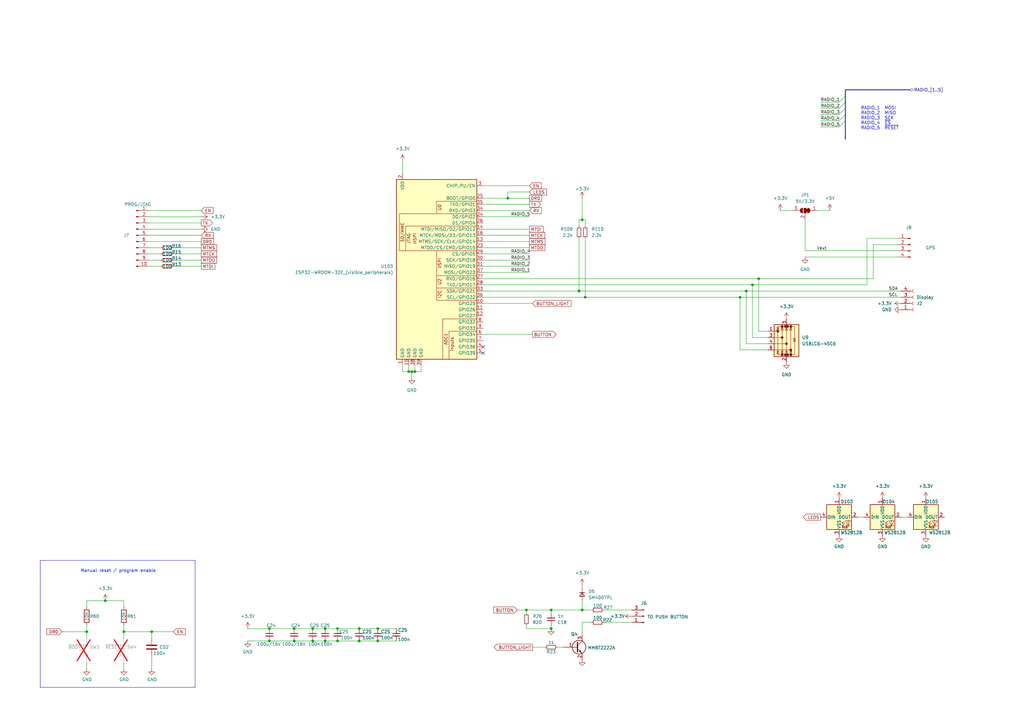
<source format=kicad_sch>
(kicad_sch (version 20231120) (generator "eeschema") (generator_version "8.0")
  (paper "A3")
  (lib_symbols
    (symbol "+28V_1" (power) (pin_numbers hide) (pin_names (offset 0) hide)
      (property "Value" "+28V" (at 0 3.556 0))
      (symbol "+28V_1_0_1"
        (polyline (pts (xy -0.762 1.27) (xy 0 2.54)))
        (polyline (pts (xy 0 0) (xy 0 2.54)))
        (polyline (pts (xy 0 2.54) (xy 0.762 1.27)))
      )
      (symbol "+28V_1_1_1"
        (pin power_in line (at 0 0 90) (length 0) (name "~") (number "1"))
      )
    )
    (symbol "Airsupplies:ESP32-WROOM-32E_(visible_peripherals)"
      (property "Reference" "U" (at -12.7 40.64 0))
      (property "Value" "ESP32-WROOM-32E_(visible_peripherals)" (at -12.7 38.1 0))
      (symbol "ESP32-WROOM-32E_(visible_peripherals)_0_0"
        (text "inputs" (at 6.35 -33.655 900) (effects (font (size 1.27 1.27)) (justify left)))
        (text "SD/MMC" (at -13.97 15.24 900) (effects (font (size 1.27 1.27))))
        (pin power_in line (at -13.97 -39.37 90) (length 2.54) (name "GND") (number "1"))
        (pin bidirectional line (at 19.05 -13.97 180) (length 2.54) (name "GPIO25") (number "10"))
        (pin bidirectional line (at 19.05 -16.51 180) (length 2.54) (name "GPIO26") (number "11"))
        (pin bidirectional line (at 19.05 -19.05 180) (length 2.54) (name "GPIO27") (number "12"))
        (pin bidirectional line (at 19.05 11.43 180) (length 2.54) (name "MTMS/SCK/CLK/GPIO14") (number "13"))
        (pin bidirectional line (at 19.05 16.51 180) (length 2.54) (name "MTDI/MISO/D2/GPIO12") (number "14"))
        (pin bidirectional line (at 19.05 13.97 180) (length 2.54) (name "MTCK/MOSI/D3/GPIO13") (number "16"))
        (pin no_connect line (at -19.05 3.81 0) (length 2.54) hide (name "NC") (number "17"))
        (pin no_connect line (at -19.05 1.27 0) (length 2.54) hide (name "NC") (number "18"))
        (pin no_connect line (at -19.05 -1.27 0) (length 2.54) hide (name "NC") (number "19"))
        (pin power_in line (at -13.97 39.37 270) (length 2.54) (name "VDD") (number "2"))
        (pin no_connect line (at -19.05 -3.81 0) (length 2.54) hide (name "NC") (number "20"))
        (pin no_connect line (at -19.05 -6.35 0) (length 2.54) hide (name "NC") (number "21"))
        (pin no_connect line (at -19.05 -8.89 0) (length 2.54) hide (name "NC") (number "22"))
        (pin bidirectional line (at 19.05 8.89 180) (length 2.54) (name "MTDO/CS/CMD/GPIO15") (number "23"))
        (pin bidirectional line (at 19.05 21.59 180) (length 2.54) (name "D0/GPIO2") (number "24"))
        (pin bidirectional line (at 19.05 29.21 180) (length 2.54) (name "BOOT/GPIO0") (number "25"))
        (pin bidirectional line (at 19.05 19.05 180) (length 2.54) (name "D1/GPIO4") (number "26"))
        (pin bidirectional line (at 19.05 -3.81 180) (length 2.54) (name "RXD/GPIO16") (number "27"))
        (pin bidirectional line (at 19.05 -6.35 180) (length 2.54) (name "TXD/GPIO17") (number "28"))
        (pin bidirectional line (at 19.05 6.35 180) (length 2.54) (name "CS/GPIO5") (number "29"))
        (pin input line (at 19.05 34.29 180) (length 2.54) (name "CHIP_PU/EN") (number "3"))
        (pin bidirectional line (at 19.05 3.81 180) (length 2.54) (name "SCK/GPIO18") (number "30"))
        (pin bidirectional line (at 19.05 1.27 180) (length 2.54) (name "MISO/GPIO19") (number "31"))
        (pin bidirectional line (at 19.05 -8.89 180) (length 2.54) (name "SDA/GPIO21") (number "33"))
        (pin bidirectional line (at 19.05 24.13 180) (length 2.54) (name "RXD/GPIO3") (number "34"))
        (pin bidirectional line (at 19.05 26.67 180) (length 2.54) (name "TXD/GPIO1") (number "35"))
        (pin bidirectional line (at 19.05 -11.43 180) (length 2.54) (name "SCL/GPIO22") (number "36"))
        (pin bidirectional line (at 19.05 -1.27 180) (length 2.54) (name "MOSI/GPIO23") (number "37"))
        (pin input line (at 19.05 -31.75 180) (length 2.54) (name "GPIO36") (number "4"))
        (pin input line (at 19.05 -34.29 180) (length 2.54) (name "GPIO39") (number "5"))
        (pin input line (at 19.05 -26.67 180) (length 2.54) (name "GPIO34") (number "6"))
        (pin input line (at 19.05 -29.21 180) (length 2.54) (name "GPIO35") (number "7"))
        (pin bidirectional line (at 19.05 -21.59 180) (length 2.54) (name "GPIO32") (number "8"))
        (pin bidirectional line (at 19.05 -24.13 180) (length 2.54) (name "GPIO33") (number "9"))
      )
      (symbol "ESP32-WROOM-32E_(visible_peripherals)_0_1"
        (rectangle (start -16.51 36.83) (end 16.51 -36.83) (stroke (width 0.254)) (fill (type background)))
        (polyline (pts (xy 16.51 -7.62) (xy 0 -7.62)))
        (polyline (pts (xy 16.51 -2.54) (xy 0 -2.54)))
        (polyline (pts (xy 16.51 -25.4) (xy 5.08 -25.4) (xy 5.08 -36.83)))
        (polyline (pts (xy 16.51 -20.32) (xy 2.54 -20.32) (xy 2.54 -36.83)))
        (polyline (pts (xy 16.51 -12.7) (xy 0 -12.7) (xy 0 7.62)))
        (polyline (pts (xy 16.51 17.78) (xy -12.7 17.78) (xy -12.7 7.62)))
        (polyline (pts (xy 16.51 27.94) (xy 0 27.94) (xy 0 22.86)))
        (polyline (pts (xy 16.51 22.86) (xy -15.24 22.86) (xy -15.24 7.62) (xy 16.51 7.62)))
      )
      (symbol "ESP32-WROOM-32E_(visible_peripherals)_1_1"
        (text "ADC1" (at 3.81 -28.575 900) (effects (font (size 1.27 1.27))))
        (text "HSPI" (at -8.89 12.7 900) (effects (font (size 1.27 1.27))))
        (text "I2C" (at 1.27 -10.16 900) (effects (font (size 1.27 1.27))))
        (text "JTAG" (at -11.43 12.7 900) (effects (font (size 1.27 1.27))))
        (text "U0" (at 1.27 25.4 900) (effects (font (size 1.27 1.27))))
        (text "U2" (at 1.27 -5.08 900) (effects (font (size 1.27 1.27))))
        (text "VSPI" (at 1.27 2.54 900) (effects (font (size 1.27 1.27))))
        (pin power_in line (at -11.43 -39.37 90) (length 2.54) (name "GND") (number "15"))
        (pin no_connect line (at -19.05 -11.43 0) (length 2.54) hide (name "NC") (number "32"))
        (pin power_in line (at -8.89 -39.37 90) (length 2.54) (name "GND") (number "38"))
        (pin power_in line (at -6.35 -39.37 90) (length 2.54) (name "GND") (number "39"))
      )
    )
    (symbol "Connector:Conn_01x03_Pin" (pin_names (offset 1.016) hide)
      (property "Reference" "J" (at 0 5.08 0))
      (property "Value" "Conn_01x03_Pin" (at 0 -5.08 0))
      (symbol "Conn_01x03_Pin_1_1"
        (polyline (pts (xy 1.27 -2.54) (xy 0.8636 -2.54)) (stroke (width 0.1524)))
        (polyline (pts (xy 1.27 0) (xy 0.8636 0)) (stroke (width 0.1524)))
        (polyline (pts (xy 1.27 2.54) (xy 0.8636 2.54)) (stroke (width 0.1524)))
        (rectangle (start 0.8636 -2.413) (end 0 -2.667) (stroke (width 0.1524)) (fill (type outline)))
        (rectangle (start 0.8636 0.127) (end 0 -0.127) (stroke (width 0.1524)) (fill (type outline)))
        (rectangle (start 0.8636 2.667) (end 0 2.413) (stroke (width 0.1524)) (fill (type outline)))
        (pin passive line (at 5.08 2.54 180) (length 3.81) (name "Pin_1") (number "1"))
        (pin passive line (at 5.08 0 180) (length 3.81) (name "Pin_2") (number "2"))
        (pin passive line (at 5.08 -2.54 180) (length 3.81) (name "Pin_3") (number "3"))
      )
    )
    (symbol "Connector:Conn_01x04_Pin" (pin_names (offset 1.016) hide)
      (property "Reference" "J" (at 0 5.08 0))
      (property "Value" "Conn_01x04_Pin" (at 0 -7.62 0))
      (symbol "Conn_01x04_Pin_1_1"
        (polyline (pts (xy 1.27 -5.08) (xy 0.8636 -5.08)) (stroke (width 0.1524)))
        (polyline (pts (xy 1.27 -2.54) (xy 0.8636 -2.54)) (stroke (width 0.1524)))
        (polyline (pts (xy 1.27 0) (xy 0.8636 0)) (stroke (width 0.1524)))
        (polyline (pts (xy 1.27 2.54) (xy 0.8636 2.54)) (stroke (width 0.1524)))
        (rectangle (start 0.8636 -4.953) (end 0 -5.207) (stroke (width 0.1524)) (fill (type outline)))
        (rectangle (start 0.8636 -2.413) (end 0 -2.667) (stroke (width 0.1524)) (fill (type outline)))
        (rectangle (start 0.8636 0.127) (end 0 -0.127) (stroke (width 0.1524)) (fill (type outline)))
        (rectangle (start 0.8636 2.667) (end 0 2.413) (stroke (width 0.1524)) (fill (type outline)))
        (pin passive line (at 5.08 2.54 180) (length 3.81) (name "Pin_1") (number "1"))
        (pin passive line (at 5.08 0 180) (length 3.81) (name "Pin_2") (number "2"))
        (pin passive line (at 5.08 -2.54 180) (length 3.81) (name "Pin_3") (number "3"))
        (pin passive line (at 5.08 -5.08 180) (length 3.81) (name "Pin_4") (number "4"))
      )
    )
    (symbol "Connector:Conn_01x04_Socket" (pin_names (offset 1.016) hide)
      (property "Reference" "J" (at 0 5.08 0))
      (property "Value" "Conn_01x04_Socket" (at 0 -7.62 0))
      (symbol "Conn_01x04_Socket_1_1"
        (arc (start 0 -4.572) (mid -0.5058 -5.08) (end 0 -5.588) (stroke (width 0.1524)))
        (arc (start 0 -2.032) (mid -0.5058 -2.54) (end 0 -3.048) (stroke (width 0.1524)))
        (polyline (pts (xy -1.27 -5.08) (xy -0.508 -5.08)) (stroke (width 0.1524)))
        (polyline (pts (xy -1.27 -2.54) (xy -0.508 -2.54)) (stroke (width 0.1524)))
        (polyline (pts (xy -1.27 0) (xy -0.508 0)) (stroke (width 0.1524)))
        (polyline (pts (xy -1.27 2.54) (xy -0.508 2.54)) (stroke (width 0.1524)))
        (arc (start 0 0.508) (mid -0.5058 0) (end 0 -0.508) (stroke (width 0.1524)))
        (arc (start 0 3.048) (mid -0.5058 2.54) (end 0 2.032) (stroke (width 0.1524)))
        (pin passive line (at -5.08 2.54 0) (length 3.81) (name "Pin_1") (number "1"))
        (pin passive line (at -5.08 0 0) (length 3.81) (name "Pin_2") (number "2"))
        (pin passive line (at -5.08 -2.54 0) (length 3.81) (name "Pin_3") (number "3"))
        (pin passive line (at -5.08 -5.08 0) (length 3.81) (name "Pin_4") (number "4"))
      )
    )
    (symbol "Connector:Conn_01x10_Pin" (pin_names (offset 1.016) hide)
      (property "Reference" "J" (at 0 12.7 0))
      (property "Value" "Conn_01x10_Pin" (at 0 -15.24 0))
      (symbol "Conn_01x10_Pin_1_1"
        (polyline (pts (xy 1.27 -12.7) (xy 0.8636 -12.7)) (stroke (width 0.1524)))
        (polyline (pts (xy 1.27 -10.16) (xy 0.8636 -10.16)) (stroke (width 0.1524)))
        (polyline (pts (xy 1.27 -7.62) (xy 0.8636 -7.62)) (stroke (width 0.1524)))
        (polyline (pts (xy 1.27 -5.08) (xy 0.8636 -5.08)) (stroke (width 0.1524)))
        (polyline (pts (xy 1.27 -2.54) (xy 0.8636 -2.54)) (stroke (width 0.1524)))
        (polyline (pts (xy 1.27 0) (xy 0.8636 0)) (stroke (width 0.1524)))
        (polyline (pts (xy 1.27 2.54) (xy 0.8636 2.54)) (stroke (width 0.1524)))
        (polyline (pts (xy 1.27 5.08) (xy 0.8636 5.08)) (stroke (width 0.1524)))
        (polyline (pts (xy 1.27 7.62) (xy 0.8636 7.62)) (stroke (width 0.1524)))
        (polyline (pts (xy 1.27 10.16) (xy 0.8636 10.16)) (stroke (width 0.1524)))
        (rectangle (start 0.8636 -12.573) (end 0 -12.827) (stroke (width 0.1524)) (fill (type outline)))
        (rectangle (start 0.8636 -10.033) (end 0 -10.287) (stroke (width 0.1524)) (fill (type outline)))
        (rectangle (start 0.8636 -7.493) (end 0 -7.747) (stroke (width 0.1524)) (fill (type outline)))
        (rectangle (start 0.8636 -4.953) (end 0 -5.207) (stroke (width 0.1524)) (fill (type outline)))
        (rectangle (start 0.8636 -2.413) (end 0 -2.667) (stroke (width 0.1524)) (fill (type outline)))
        (rectangle (start 0.8636 0.127) (end 0 -0.127) (stroke (width 0.1524)) (fill (type outline)))
        (rectangle (start 0.8636 2.667) (end 0 2.413) (stroke (width 0.1524)) (fill (type outline)))
        (rectangle (start 0.8636 5.207) (end 0 4.953) (stroke (width 0.1524)) (fill (type outline)))
        (rectangle (start 0.8636 7.747) (end 0 7.493) (stroke (width 0.1524)) (fill (type outline)))
        (rectangle (start 0.8636 10.287) (end 0 10.033) (stroke (width 0.1524)) (fill (type outline)))
        (pin passive line (at 5.08 10.16 180) (length 3.81) (name "Pin_1") (number "1"))
        (pin passive line (at 5.08 -12.7 180) (length 3.81) (name "Pin_10") (number "10"))
        (pin passive line (at 5.08 7.62 180) (length 3.81) (name "Pin_2") (number "2"))
        (pin passive line (at 5.08 5.08 180) (length 3.81) (name "Pin_3") (number "3"))
        (pin passive line (at 5.08 2.54 180) (length 3.81) (name "Pin_4") (number "4"))
        (pin passive line (at 5.08 0 180) (length 3.81) (name "Pin_5") (number "5"))
        (pin passive line (at 5.08 -2.54 180) (length 3.81) (name "Pin_6") (number "6"))
        (pin passive line (at 5.08 -5.08 180) (length 3.81) (name "Pin_7") (number "7"))
        (pin passive line (at 5.08 -7.62 180) (length 3.81) (name "Pin_8") (number "8"))
        (pin passive line (at 5.08 -10.16 180) (length 3.81) (name "Pin_9") (number "9"))
      )
    )
    (symbol "Device:C" (pin_numbers hide) (pin_names (offset 0.254))
      (property "Reference" "C" (at 0.635 2.54 0))
      (property "Value" "C" (at 0.635 -2.54 0))
      (symbol "C_0_1"
        (polyline (pts (xy -2.032 -0.762) (xy 2.032 -0.762)) (stroke (width 0.508)))
        (polyline (pts (xy -2.032 0.762) (xy 2.032 0.762)) (stroke (width 0.508)))
      )
      (symbol "C_1_1"
        (pin passive line (at 0 3.81 270) (length 2.794) (name "~") (number "1"))
        (pin passive line (at 0 -3.81 90) (length 2.794) (name "~") (number "2"))
      )
    )
    (symbol "Device:C_Small" (pin_numbers hide) (pin_names (offset 0.254) hide)
      (property "Reference" "C" (at 0.254 1.778 0))
      (property "Value" "C_Small" (at 0.254 -2.032 0))
      (symbol "C_Small_0_1"
        (polyline (pts (xy -1.524 -0.508) (xy 1.524 -0.508)) (stroke (width 0.3302)))
        (polyline (pts (xy -1.524 0.508) (xy 1.524 0.508)) (stroke (width 0.3048)))
      )
      (symbol "C_Small_1_1"
        (pin passive line (at 0 2.54 270) (length 2.032) (name "~") (number "1"))
        (pin passive line (at 0 -2.54 90) (length 2.032) (name "~") (number "2"))
      )
    )
    (symbol "Device:D_Small" (pin_numbers hide) (pin_names (offset 0.254) hide)
      (property "Reference" "D" (at -1.27 2.032 0))
      (property "Value" "D_Small" (at -3.81 -2.032 0))
      (symbol "D_Small_0_1"
        (polyline (pts (xy -0.762 -1.016) (xy -0.762 1.016)) (stroke (width 0.254)))
        (polyline (pts (xy -0.762 0) (xy 0.762 0)))
        (polyline (pts (xy 0.762 -1.016) (xy -0.762 0) (xy 0.762 1.016) (xy 0.762 -1.016)) (stroke (width 0.254)))
      )
      (symbol "D_Small_1_1"
        (pin passive line (at -2.54 0 0) (length 1.778) (name "K") (number "1"))
        (pin passive line (at 2.54 0 180) (length 1.778) (name "A") (number "2"))
      )
    )
    (symbol "Device:R" (pin_numbers hide) (pin_names (offset 0))
      (property "Reference" "R" (at 2.032 0 90))
      (property "Value" "R" (at 0 0 90))
      (symbol "R_0_1"
        (rectangle (start -1.016 -2.54) (end 1.016 2.54) (stroke (width 0.254)))
      )
      (symbol "R_1_1"
        (pin passive line (at 0 3.81 270) (length 1.27) (name "~") (number "1"))
        (pin passive line (at 0 -3.81 90) (length 1.27) (name "~") (number "2"))
      )
    )
    (symbol "Device:R_Small" (pin_numbers hide) (pin_names (offset 0.254) hide)
      (property "Reference" "R" (at 0.762 0.508 0))
      (property "Value" "R_Small" (at 0.762 -1.016 0))
      (symbol "R_Small_0_1"
        (rectangle (start -0.762 1.778) (end 0.762 -1.778) (stroke (width 0.2032)))
      )
      (symbol "R_Small_1_1"
        (pin passive line (at 0 2.54 270) (length 0.762) (name "~") (number "1"))
        (pin passive line (at 0 -2.54 90) (length 0.762) (name "~") (number "2"))
      )
    )
    (symbol "Jumper:SolderJumper_3_Bridged12" (pin_names (offset 0) hide)
      (property "Reference" "JP" (at -2.54 -2.54 0))
      (property "Value" "SolderJumper_3_Bridged12" (at 0 2.794 0))
      (symbol "SolderJumper_3_Bridged12_0_1"
        (rectangle (start -1.016 0.508) (end -0.508 -0.508) (fill (type outline)))
        (arc (start -1.016 1.016) (mid -2.0276 0) (end -1.016 -1.016))
        (arc (start -1.016 1.016) (mid -2.0276 0) (end -1.016 -1.016) (fill (type outline)))
        (rectangle (start -0.508 1.016) (end 0.508 -1.016) (fill (type outline)))
        (polyline (pts (xy -2.54 0) (xy -2.032 0)))
        (polyline (pts (xy -1.016 1.016) (xy -1.016 -1.016)))
        (polyline (pts (xy 0 -1.27) (xy 0 -1.016)))
        (polyline (pts (xy 1.016 1.016) (xy 1.016 -1.016)))
        (polyline (pts (xy 2.54 0) (xy 2.032 0)))
        (arc (start 1.016 -1.016) (mid 2.0276 0) (end 1.016 1.016))
        (arc (start 1.016 -1.016) (mid 2.0276 0) (end 1.016 1.016) (fill (type outline)))
      )
      (symbol "SolderJumper_3_Bridged12_1_1"
        (pin passive line (at -5.08 0 0) (length 2.54) (name "A") (number "1"))
        (pin passive line (at 0 -3.81 90) (length 2.54) (name "C") (number "2"))
        (pin passive line (at 5.08 0 180) (length 2.54) (name "B") (number "3"))
      )
    )
    (symbol "LED:WS2812B" (pin_names (offset 0.254))
      (property "Reference" "D" (at 5.08 5.715 0))
      (property "Value" "WS2812B" (at 1.27 -5.715 0))
      (symbol "WS2812B_0_0"
        (text "RGB" (at 2.286 -4.191 0) (effects (font (size 0.762 0.762))))
      )
      (symbol "WS2812B_0_1"
        (polyline (pts (xy 1.27 -3.556) (xy 1.778 -3.556)))
        (polyline (pts (xy 1.27 -2.54) (xy 1.778 -2.54)))
        (polyline (pts (xy 4.699 -3.556) (xy 2.667 -3.556)))
        (polyline (pts (xy 2.286 -2.54) (xy 1.27 -3.556) (xy 1.27 -3.048)))
        (polyline (pts (xy 2.286 -1.524) (xy 1.27 -2.54) (xy 1.27 -2.032)))
        (polyline (pts (xy 3.683 -1.016) (xy 3.683 -3.556) (xy 3.683 -4.064)))
        (polyline (pts (xy 4.699 -1.524) (xy 2.667 -1.524) (xy 3.683 -3.556) (xy 4.699 -1.524)))
        (rectangle (start 5.08 5.08) (end -5.08 -5.08) (stroke (width 0.254)) (fill (type background)))
      )
      (symbol "WS2812B_1_1"
        (pin power_in line (at 0 7.62 270) (length 2.54) (name "VDD") (number "1"))
        (pin output line (at 7.62 0 180) (length 2.54) (name "DOUT") (number "2"))
        (pin power_in line (at 0 -7.62 90) (length 2.54) (name "VSS") (number "3"))
        (pin input line (at -7.62 0 0) (length 2.54) (name "DIN") (number "4"))
      )
    )
    (symbol "Power_Protection:USBLC6-4SC6" (pin_names hide)
      (property "Reference" "U" (at 1.27 9.525 0))
      (property "Value" "USBLC6-4SC6" (at 1.27 6.985 0))
      (symbol "USBLC6-4SC6_0_0"
        (circle (center -3.556 2.54) (radius 0.0001) (stroke (width 0.508)))
        (circle (center -1.778 -7.112) (radius 0.0001) (stroke (width 0.508)))
        (circle (center -1.778 0) (radius 0.0001) (stroke (width 0.508)))
        (circle (center -1.778 4.572) (radius 0.0001) (stroke (width 0.508)))
        (circle (center -0.508 -7.112) (radius 0.0001) (stroke (width 0.508)))
        (circle (center -0.508 4.572) (radius 0.0001) (stroke (width 0.508)))
        (circle (center 0 -2.54) (radius 0.0001) (stroke (width 0.508)))
        (circle (center 0.508 -7.112) (radius 0.0001) (stroke (width 0.508)))
        (circle (center 0.508 4.572) (radius 0.0001) (stroke (width 0.508)))
        (circle (center 1.778 -7.112) (radius 0.0001) (stroke (width 0.508)))
        (circle (center 1.778 -5.08) (radius 0.0001) (stroke (width 0.508)))
        (circle (center 1.778 4.572) (radius 0.0001) (stroke (width 0.508)))
      )
      (symbol "USBLC6-4SC6_0_1"
        (polyline (pts (xy -5.08 -5.08) (xy 1.778 -5.08)))
        (polyline (pts (xy -5.08 -2.54) (xy 0 -2.54)))
        (polyline (pts (xy -5.08 0) (xy -1.778 0)))
        (polyline (pts (xy -5.08 2.54) (xy -3.556 2.54)))
        (polyline (pts (xy -4.064 -5.588) (xy -3.048 -5.588)))
        (polyline (pts (xy -3.048 4.064) (xy -4.064 4.064)))
        (polyline (pts (xy -2.286 -5.588) (xy -1.27 -5.588)))
        (polyline (pts (xy -2.286 4.064) (xy -1.27 4.064)))
        (polyline (pts (xy -0.508 -5.588) (xy 0.508 -5.588)))
        (polyline (pts (xy 0 5.08) (xy 0.508 4.572)))
        (polyline (pts (xy 0.508 -7.112) (xy -0.508 -7.112)))
        (polyline (pts (xy 0.508 4.064) (xy -0.508 4.064)))
        (polyline (pts (xy 1.27 4.064) (xy 2.286 4.064)))
        (polyline (pts (xy 2.286 -5.588) (xy 1.27 -5.588)))
        (polyline (pts (xy 2.794 -0.762) (xy 2.794 -0.381) (xy 3.81 -0.381)))
        (polyline (pts (xy -4.064 3.048) (xy -3.048 3.048) (xy -3.556 4.064) (xy -4.064 3.048)))
        (polyline (pts (xy -3.048 -6.604) (xy -4.064 -6.604) (xy -3.556 -5.588) (xy -3.048 -6.604)))
        (polyline (pts (xy -1.27 -6.604) (xy -2.286 -6.604) (xy -1.778 -5.588) (xy -1.27 -6.604)))
        (polyline (pts (xy -1.27 3.048) (xy -2.286 3.048) (xy -1.778 4.064) (xy -1.27 3.048)))
        (polyline (pts (xy -0.508 -6.604) (xy 0.508 -6.604) (xy 0 -5.588) (xy -0.508 -6.604)))
        (polyline (pts (xy -0.508 3.048) (xy 0.508 3.048) (xy 0 4.064) (xy -0.508 3.048)))
        (polyline (pts (xy 1.27 -6.604) (xy 2.286 -6.604) (xy 1.778 -5.588) (xy 1.27 -6.604)))
        (polyline (pts (xy 1.778 4.572) (xy 3.302 4.572) (xy 3.302 -7.112) (xy 1.778 -7.112)))
        (polyline (pts (xy 2.286 3.048) (xy 1.27 3.048) (xy 1.778 4.064) (xy 2.286 3.048)))
        (polyline (pts (xy 3.81 -1.524) (xy 2.794 -1.524) (xy 3.302 -0.508) (xy 3.81 -1.524)))
      )
      (symbol "USBLC6-4SC6_1_1"
        (rectangle (start -5.08 5.334) (end 5.08 -7.874) (stroke (width 0.254)) (fill (type background)))
        (polyline (pts (xy -1.778 4.572) (xy -3.556 4.572) (xy -3.556 -7.112) (xy -1.778 -7.112)))
        (polyline (pts (xy -0.508 4.572) (xy 1.778 4.572) (xy 1.778 -7.112) (xy 0.508 -7.112)))
        (polyline (pts (xy 0.508 -7.112) (xy 0 -6.604) (xy 0 4.064) (xy -0.508 4.572)))
        (polyline (pts (xy 0 -7.62) (xy -0.508 -7.112) (xy -1.778 -7.112) (xy -1.778 4.572) (xy -0.508 4.572)))
        (pin passive line (at -7.62 2.54 0) (length 2.54) (name "I/O1") (number "1"))
        (pin passive line (at 0 -10.16 90) (length 2.54) (name "GND") (number "2"))
        (pin passive line (at -7.62 0 0) (length 2.54) (name "I/O2") (number "3"))
        (pin passive line (at -7.62 -2.54 0) (length 2.54) (name "I/O3") (number "4"))
        (pin passive line (at 0 7.62 270) (length 2.54) (name "VBUS") (number "5"))
        (pin passive line (at -7.62 -5.08 0) (length 2.54) (name "I/O4") (number "6"))
      )
    )
    (symbol "Switch:SW_Push" (pin_numbers hide) (pin_names (offset 1.016) hide)
      (property "Reference" "SW" (at 1.27 2.54 0))
      (property "Value" "SW_Push" (at 0 -1.524 0))
      (symbol "SW_Push_0_1"
        (circle (center -2.032 0) (radius 0.508))
        (polyline (pts (xy 0 1.27) (xy 0 3.048)))
        (polyline (pts (xy 2.54 1.27) (xy -2.54 1.27)))
        (circle (center 2.032 0) (radius 0.508))
        (pin passive line (at -5.08 0 0) (length 2.54) (name "1") (number "1"))
        (pin passive line (at 5.08 0 180) (length 2.54) (name "2") (number "2"))
      )
    )
    (symbol "Transistor_BJT:MMBT2222A" (pin_names (offset 0) hide)
      (property "Reference" "Q" (at 5.08 1.905 0))
      (property "Value" "MMBT2222A" (at 5.08 0 0))
      (symbol "MMBT2222A_0_1"
        (polyline (pts (xy 0.635 0.635) (xy 2.54 2.54)))
        (polyline (pts (xy 0.635 -0.635) (xy 2.54 -2.54) (xy 2.54 -2.54)))
        (polyline (pts (xy 0.635 1.905) (xy 0.635 -1.905) (xy 0.635 -1.905)) (stroke (width 0.508)))
        (polyline (pts (xy 1.27 -1.778) (xy 1.778 -1.27) (xy 2.286 -2.286) (xy 1.27 -1.778) (xy 1.27 -1.778)) (fill (type outline)))
        (circle (center 1.27 0) (radius 2.8194) (stroke (width 0.254)))
      )
      (symbol "MMBT2222A_1_1"
        (pin input line (at -5.08 0 0) (length 5.715) (name "B") (number "1"))
        (pin passive line (at 2.54 -5.08 90) (length 2.54) (name "E") (number "2"))
        (pin passive line (at 2.54 5.08 270) (length 2.54) (name "C") (number "3"))
      )
    )
    (symbol "power:+3.3V" (power) (pin_names (offset 0))
      (property "Value" "+3.3V" (at 0 3.556 0))
      (symbol "+3.3V_0_1"
        (polyline (pts (xy -0.762 1.27) (xy 0 2.54)))
        (polyline (pts (xy 0 0) (xy 0 2.54)))
        (polyline (pts (xy 0 2.54) (xy 0.762 1.27)))
      )
      (symbol "+3.3V_1_1"
        (pin power_in line (at 0 0 90) (length 0) hide (name "+3.3V") (number "1"))
      )
    )
    (symbol "power:+5V" (power) (pin_names (offset 0))
      (property "Value" "+5V" (at 0 3.556 0))
      (symbol "+5V_0_1"
        (polyline (pts (xy -0.762 1.27) (xy 0 2.54)))
        (polyline (pts (xy 0 0) (xy 0 2.54)))
        (polyline (pts (xy 0 2.54) (xy 0.762 1.27)))
      )
      (symbol "+5V_1_1"
        (pin power_in line (at 0 0 90) (length 0) hide (name "+5V") (number "1"))
      )
    )
    (symbol "power:GND" (power) (pin_names (offset 0))
      (property "Value" "GND" (at 0 -3.81 0))
      (symbol "GND_0_1"
        (polyline (pts (xy 0 0) (xy 0 -1.27) (xy 1.27 -1.27) (xy 0 -2.54) (xy -1.27 -1.27) (xy 0 -1.27)))
      )
      (symbol "GND_1_1"
        (pin power_in line (at 0 0 270) (length 0) hide (name "GND") (number "1"))
      )
    )
  )
  (junction (at 35.56 259.08))
  (junction (at 128.27 262.89))
  (junction (at 138.43 257.81))
  (junction (at 303.53 121.92))
  (junction (at 128.27 257.81))
  (junction (at 50.8 259.08))
  (junction (at 226.06 250.19))
  (junction (at 154.94 257.81))
  (junction (at 154.94 262.89))
  (junction (at 120.65 262.89))
  (junction (at 167.64 152.4))
  (junction (at 110.49 262.89))
  (junction (at 43.18 246.38))
  (junction (at 308.61 116.84))
  (junction (at 133.35 257.81))
  (junction (at 133.35 262.89))
  (junction (at 138.43 262.89))
  (junction (at 170.18 152.4))
  (junction (at 226.06 257.81))
  (junction (at 240.03 121.92))
  (junction (at 62.23 259.08))
  (junction (at 306.07 119.38))
  (junction (at 238.76 90.17))
  (junction (at 120.65 257.81))
  (junction (at 147.32 262.89))
  (junction (at 215.9 250.19))
  (junction (at 237.49 119.38))
  (junction (at 311.15 114.3))
  (junction (at 110.49 257.81))
  (junction (at 147.32 257.81))
  (junction (at 168.91 152.4))
  (junction (at 238.76 250.19))
  (junction (at 208.28 81.28))
  (no_connect (at 198.12 142.24))
  (no_connect (at 198.12 144.78))
  (bus_entry (at 346.71 46.99) (size -2.54 2.54))
  (bus_entry (at 346.71 49.53) (size -2.54 2.54))
  (bus_entry (at 346.71 44.45) (size -2.54 2.54))
  (bus_entry (at 346.71 41.91) (size -2.54 2.54))
  (bus_entry (at 346.71 39.37) (size -2.54 2.54))
  (wire (pts (xy 217.17 96.52) (xy 198.12 96.52)))
  (wire (pts (xy 110.49 257.81) (xy 120.65 257.81)))
  (wire (pts (xy 238.76 246.38) (xy 238.76 250.19)))
  (wire (pts (xy 198.12 104.14) (xy 217.17 104.14)))
  (wire (pts (xy 215.9 257.81) (xy 226.06 257.81)))
  (wire (pts (xy 82.55 109.22) (xy 71.12 109.22)))
  (wire (pts (xy 223.52 265.43) (xy 218.44 265.43)))
  (wire (pts (xy 82.55 99.06) (xy 60.96 99.06)))
  (bus (pts (xy 346.71 46.99) (xy 346.71 49.53)))
  (wire (pts (xy 240.03 121.92) (xy 303.53 121.92)))
  (wire (pts (xy 198.12 109.22) (xy 217.17 109.22)))
  (wire (pts (xy 314.96 143.51) (xy 303.53 143.51)))
  (wire (pts (xy 355.6 97.79) (xy 355.6 116.84)))
  (wire (pts (xy 168.91 152.4) (xy 168.91 154.94)))
  (wire (pts (xy 238.76 81.28) (xy 238.76 90.17)))
  (wire (pts (xy 82.55 101.6) (xy 71.12 101.6)))
  (wire (pts (xy 336.55 49.53) (xy 344.17 49.53)))
  (wire (pts (xy 217.17 78.74) (xy 208.28 78.74)))
  (wire (pts (xy 120.65 262.89) (xy 128.27 262.89)))
  (wire (pts (xy 168.91 152.4) (xy 170.18 152.4)))
  (wire (pts (xy 82.55 106.68) (xy 71.12 106.68)))
  (polyline (pts (xy 16.51 229.87) (xy 80.01 229.87)))
  (wire (pts (xy 138.43 257.81) (xy 147.32 257.81)))
  (wire (pts (xy 238.76 90.17) (xy 240.03 90.17)))
  (wire (pts (xy 311.15 114.3) (xy 198.12 114.3)))
  (wire (pts (xy 330.2 90.17) (xy 330.2 102.87)))
  (wire (pts (xy 133.35 262.89) (xy 138.43 262.89)))
  (wire (pts (xy 231.14 265.43) (xy 228.6 265.43)))
  (wire (pts (xy 170.18 152.4) (xy 172.72 152.4)))
  (wire (pts (xy 226.06 250.19) (xy 238.76 250.19)))
  (wire (pts (xy 238.76 250.19) (xy 242.57 250.19)))
  (wire (pts (xy 351.79 212.09) (xy 354.33 212.09)))
  (wire (pts (xy 303.53 121.92) (xy 369.57 121.92)))
  (wire (pts (xy 303.53 143.51) (xy 303.53 121.92)))
  (wire (pts (xy 336.55 41.91) (xy 344.17 41.91)))
  (wire (pts (xy 35.56 246.38) (xy 43.18 246.38)))
  (wire (pts (xy 314.96 135.89) (xy 311.15 135.89)))
  (wire (pts (xy 82.55 88.9) (xy 60.96 88.9)))
  (wire (pts (xy 50.8 256.54) (xy 50.8 259.08)))
  (wire (pts (xy 198.12 137.16) (xy 218.44 137.16)))
  (wire (pts (xy 306.07 140.97) (xy 306.07 119.38)))
  (wire (pts (xy 165.1 66.04) (xy 165.1 71.12)))
  (wire (pts (xy 66.04 101.6) (xy 60.96 101.6)))
  (wire (pts (xy 208.28 81.28) (xy 198.12 81.28)))
  (wire (pts (xy 50.8 259.08) (xy 62.23 259.08)))
  (wire (pts (xy 198.12 106.68) (xy 217.17 106.68)))
  (wire (pts (xy 368.3 97.79) (xy 355.6 97.79)))
  (wire (pts (xy 133.35 257.81) (xy 138.43 257.81)))
  (wire (pts (xy 226.06 256.54) (xy 226.06 257.81)))
  (wire (pts (xy 43.18 246.38) (xy 50.8 246.38)))
  (wire (pts (xy 240.03 97.79) (xy 240.03 121.92)))
  (wire (pts (xy 226.06 250.19) (xy 226.06 251.46)))
  (wire (pts (xy 35.56 259.08) (xy 35.56 261.62)))
  (wire (pts (xy 165.1 152.4) (xy 165.1 149.86)))
  (wire (pts (xy 325.12 86.36) (xy 320.04 86.36)))
  (wire (pts (xy 154.94 257.81) (xy 162.56 257.81)))
  (wire (pts (xy 311.15 135.89) (xy 311.15 114.3)))
  (wire (pts (xy 368.3 102.87) (xy 330.2 102.87)))
  (wire (pts (xy 198.12 88.9) (xy 217.17 88.9)))
  (wire (pts (xy 101.6 257.81) (xy 110.49 257.81)))
  (wire (pts (xy 314.96 140.97) (xy 306.07 140.97)))
  (wire (pts (xy 128.27 257.81) (xy 133.35 257.81)))
  (wire (pts (xy 217.17 93.98) (xy 198.12 93.98)))
  (wire (pts (xy 50.8 261.62) (xy 50.8 259.08)))
  (wire (pts (xy 198.12 119.38) (xy 237.49 119.38)))
  (wire (pts (xy 35.56 246.38) (xy 35.56 248.92)))
  (wire (pts (xy 217.17 81.28) (xy 208.28 81.28)))
  (wire (pts (xy 82.55 91.44) (xy 60.96 91.44)))
  (wire (pts (xy 82.55 96.52) (xy 60.96 96.52)))
  (wire (pts (xy 237.49 119.38) (xy 306.07 119.38)))
  (wire (pts (xy 35.56 274.32) (xy 35.56 271.78)))
  (wire (pts (xy 247.65 250.19) (xy 259.08 250.19)))
  (wire (pts (xy 198.12 124.46) (xy 218.44 124.46)))
  (wire (pts (xy 208.28 78.74) (xy 208.28 81.28)))
  (wire (pts (xy 101.6 262.89) (xy 110.49 262.89)))
  (wire (pts (xy 238.76 241.3) (xy 238.76 240.03)))
  (wire (pts (xy 340.36 86.36) (xy 335.28 86.36)))
  (wire (pts (xy 35.56 259.08) (xy 25.4 259.08)))
  (wire (pts (xy 226.06 250.19) (xy 215.9 250.19)))
  (wire (pts (xy 62.23 259.08) (xy 62.23 261.62)))
  (wire (pts (xy 247.65 255.27) (xy 259.08 255.27)))
  (wire (pts (xy 66.04 104.14) (xy 60.96 104.14)))
  (wire (pts (xy 170.18 152.4) (xy 170.18 149.86)))
  (wire (pts (xy 110.49 262.89) (xy 120.65 262.89)))
  (wire (pts (xy 212.09 250.19) (xy 215.9 250.19)))
  (wire (pts (xy 311.15 114.3) (xy 358.14 114.3)))
  (wire (pts (xy 215.9 250.19) (xy 215.9 251.46)))
  (wire (pts (xy 128.27 262.89) (xy 133.35 262.89)))
  (wire (pts (xy 306.07 119.38) (xy 369.57 119.38)))
  (wire (pts (xy 50.8 246.38) (xy 50.8 248.92)))
  (wire (pts (xy 147.32 262.89) (xy 154.94 262.89)))
  (polyline (pts (xy 80.01 281.94) (xy 16.51 281.94)))
  (wire (pts (xy 308.61 116.84) (xy 355.6 116.84)))
  (wire (pts (xy 369.57 212.09) (xy 372.11 212.09)))
  (wire (pts (xy 66.04 109.22) (xy 60.96 109.22)))
  (bus (pts (xy 373.38 36.83) (xy 346.71 36.83)))
  (wire (pts (xy 368.3 100.33) (xy 358.14 100.33)))
  (wire (pts (xy 217.17 99.06) (xy 198.12 99.06)))
  (wire (pts (xy 314.96 138.43) (xy 308.61 138.43)))
  (wire (pts (xy 368.3 105.41) (xy 330.2 105.41)))
  (wire (pts (xy 165.1 152.4) (xy 167.64 152.4)))
  (polyline (pts (xy 16.51 281.94) (xy 16.51 229.87)))
  (wire (pts (xy 308.61 116.84) (xy 308.61 138.43)))
  (wire (pts (xy 167.64 152.4) (xy 168.91 152.4)))
  (wire (pts (xy 237.49 90.17) (xy 238.76 90.17)))
  (wire (pts (xy 35.56 256.54) (xy 35.56 259.08)))
  (wire (pts (xy 82.55 104.14) (xy 71.12 104.14)))
  (wire (pts (xy 238.76 255.27) (xy 242.57 255.27)))
  (wire (pts (xy 336.55 46.99) (xy 344.17 46.99)))
  (wire (pts (xy 198.12 111.76) (xy 217.17 111.76)))
  (wire (pts (xy 217.17 101.6) (xy 198.12 101.6)))
  (wire (pts (xy 240.03 90.17) (xy 240.03 92.71)))
  (wire (pts (xy 358.14 100.33) (xy 358.14 114.3)))
  (wire (pts (xy 237.49 90.17) (xy 237.49 92.71)))
  (bus (pts (xy 346.71 36.83) (xy 346.71 39.37)))
  (wire (pts (xy 147.32 257.81) (xy 154.94 257.81)))
  (wire (pts (xy 62.23 269.24) (xy 62.23 274.32)))
  (polyline (pts (xy 80.01 229.87) (xy 80.01 281.94)))
  (wire (pts (xy 154.94 262.89) (xy 162.56 262.89)))
  (wire (pts (xy 82.55 86.36) (xy 60.96 86.36)))
  (wire (pts (xy 62.23 259.08) (xy 71.12 259.08)))
  (bus (pts (xy 346.71 41.91) (xy 346.71 44.45)))
  (wire (pts (xy 308.61 116.84) (xy 198.12 116.84)))
  (wire (pts (xy 50.8 274.32) (xy 50.8 271.78)))
  (wire (pts (xy 217.17 86.36) (xy 198.12 86.36)))
  (wire (pts (xy 336.55 52.07) (xy 344.17 52.07)))
  (wire (pts (xy 138.43 262.89) (xy 147.32 262.89)))
  (wire (pts (xy 237.49 97.79) (xy 237.49 119.38)))
  (wire (pts (xy 217.17 83.82) (xy 198.12 83.82)))
  (wire (pts (xy 217.17 76.2) (xy 198.12 76.2)))
  (wire (pts (xy 172.72 149.86) (xy 172.72 152.4)))
  (wire (pts (xy 167.64 149.86) (xy 167.64 152.4)))
  (wire (pts (xy 198.12 121.92) (xy 240.03 121.92)))
  (wire (pts (xy 66.04 106.68) (xy 60.96 106.68)))
  (wire (pts (xy 215.9 256.54) (xy 215.9 257.81)))
  (wire (pts (xy 336.55 44.45) (xy 344.17 44.45)))
  (wire (pts (xy 120.65 257.81) (xy 128.27 257.81)))
  (bus (pts (xy 346.71 49.53) (xy 346.71 57.15)))
  (bus (pts (xy 346.71 39.37) (xy 346.71 41.91)))
  (bus (pts (xy 346.71 44.45) (xy 346.71 46.99)))
  (wire (pts (xy 238.76 260.35) (xy 238.76 255.27)))
  (wire (pts (xy 82.55 93.98) (xy 60.96 93.98)))
  (text "RADIO_1  MOSI\nRADIO_2  MISO\nRADIO_3  SCK\nRADIO_4  ~{CS}\nRADIO_5  ~{RESET}\n" (at 353.06 53.34 0) (effects (font (size 1.27 1.27)) (justify left bottom)))
  (text "Manual reset / program enable" (at 33.02 234.95 0) (effects (font (size 1.27 1.27)) (justify left bottom)))
  (label "RADIO_2" (at 209.55 109.22 0))
  (label "RADIO_3" (at 336.55 46.99 0))
  (label "SCL" (at 364.49 121.92 0))
  (label "RADIO_4" (at 209.55 104.14 0))
  (label "Vext" (at 339.09 102.87 180))
  (label "RADIO_5" (at 336.55 52.07 0))
  (label "RADIO_5" (at 209.55 88.9 0))
  (label "RADIO_1" (at 209.55 111.76 0))
  (label "RADIO_2" (at 336.55 44.45 0))
  (label "RADIO_3" (at 209.55 106.68 0))
  (label "SDA" (at 364.49 119.38 0))
  (label "RADIO_4" (at 336.55 49.53 0))
  (label "RADIO_1" (at 336.55 41.91 0))
  (global_label "MTDO" (shape passive) (at 82.55 106.68 0) (property "Intersheetrefs" "${INTERSHEET_REFS}" (effects (hide yes))))
  (global_label "MTDI" (shape passive) (at 217.17 93.98 0) (property "Intersheetrefs" "${INTERSHEET_REFS}" (effects (hide yes))))
  (global_label "MTMS" (shape passive) (at 82.55 101.6 0) (property "Intersheetrefs" "${INTERSHEET_REFS}" (effects (hide yes))))
  (global_label "MTCK" (shape passive) (at 82.55 104.14 0) (property "Intersheetrefs" "${INTERSHEET_REFS}" (effects (hide yes))))
  (global_label "BUTTON" (shape input) (at 212.09 250.19 180) (property "Intersheetrefs" "${INTERSHEET_REFS}" (effects (hide yes))))
  (global_label "MTDI" (shape passive) (at 82.55 109.22 0) (property "Intersheetrefs" "${INTERSHEET_REFS}" (effects (hide yes))))
  (global_label "MTCK" (shape passive) (at 217.17 96.52 0) (property "Intersheetrefs" "${INTERSHEET_REFS}" (effects (hide yes))))
  (global_label "BUTTON_LIGHT" (shape output) (at 218.44 265.43 180) (property "Intersheetrefs" "${INTERSHEET_REFS}" (effects (hide yes))))
  (global_label "TX" (shape output) (at 82.55 91.44 0) (property "Intersheetrefs" "${INTERSHEET_REFS}" (effects (hide yes))))
  (global_label "DR0" (shape input) (at 25.4 259.08 180) (property "Intersheetrefs" "${INTERSHEET_REFS}" (effects (hide yes))))
  (global_label "EN" (shape input) (at 71.12 259.08 0) (property "Intersheetrefs" "${INTERSHEET_REFS}" (effects (hide yes))))
  (global_label "MTDO" (shape passive) (at 217.17 101.6 0) (property "Intersheetrefs" "${INTERSHEET_REFS}" (effects (hide yes))))
  (global_label "TX" (shape output) (at 217.17 83.82 0) (property "Intersheetrefs" "${INTERSHEET_REFS}" (effects (hide yes))))
  (global_label "EN" (shape input) (at 217.17 76.2 0) (property "Intersheetrefs" "${INTERSHEET_REFS}" (effects (hide yes))))
  (global_label "BUTTON" (shape output) (at 218.44 137.16 0) (property "Intersheetrefs" "${INTERSHEET_REFS}" (effects (hide yes))))
  (global_label "BUTTON_LIGHT" (shape input) (at 218.44 124.46 0) (property "Intersheetrefs" "${INTERSHEET_REFS}" (effects (hide yes))))
  (global_label "RX" (shape input) (at 82.55 96.52 0) (property "Intersheetrefs" "${INTERSHEET_REFS}" (effects (hide yes))))
  (global_label "EN" (shape input) (at 82.55 86.36 0) (property "Intersheetrefs" "${INTERSHEET_REFS}" (effects (hide yes))))
  (global_label "LEDS" (shape output) (at 336.55 212.09 180) (property "Intersheetrefs" "${INTERSHEET_REFS}" (effects (hide yes))))
  (global_label "RX" (shape input) (at 217.17 86.36 0) (property "Intersheetrefs" "${INTERSHEET_REFS}" (effects (hide yes))))
  (global_label "MTMS" (shape passive) (at 217.17 99.06 0) (property "Intersheetrefs" "${INTERSHEET_REFS}" (effects (hide yes))))
  (global_label "DR0" (shape passive) (at 217.17 81.28 0) (property "Intersheetrefs" "${INTERSHEET_REFS}" (effects (hide yes))))
  (global_label "DR0" (shape passive) (at 82.55 99.06 0) (property "Intersheetrefs" "${INTERSHEET_REFS}" (effects (hide yes))))
  (global_label "LEDS" (shape input) (at 217.17 78.74 0) (property "Intersheetrefs" "${INTERSHEET_REFS}" (effects (hide yes))))
  (hierarchical_label "RADIO_[1..5]" (shape bidirectional) (at 373.38 36.83 0))
  (symbol (lib_id "power:+3.3V") (at 43.18 246.38 0) (unit 1)
    (property "Reference" "#PWR0105" (effects (hide yes)))
    (property "Value" "+3.3V" (at 43.18 241.3 0))
  )
  (symbol (lib_id "Device:D_Small") (at 238.76 243.84 270) (unit 1)
    (property "Reference" "D5" (at 241.3 242.57 90) (effects (justify left)))
    (property "Value" "SM4007PL" (at 241.3 245.11 90) (effects (justify left)))
    (property "Footprint" "A_Device:D_SOD-123_2.85x1.8x1.3" (effects (hide yes)))
    (property "Datasheet" "https://datasheet.lcsc.com/lcsc/1809301215_MDD-Microdiode-Electronics--SM4007PL_C64898.pdf" (effects (hide yes)))
    (property "Sim.Device" "D" (effects (hide yes)))
    (property "Sim.Pins" "1=K 2=A" (effects (hide yes)))
    (property "LCSC" "C64898" (effects (hide yes)))
  )
  (symbol (lib_id "power:+3.3V") (at 320.04 86.36 0) (mirror y) (unit 1)
    (property "Reference" "#PWR018" (effects (hide yes)))
    (property "Value" "+3.3V" (at 320.04 81.28 0))
  )
  (symbol (lib_id "Device:C_Small") (at 120.65 260.35 0) (unit 1)
    (property "Reference" "C24" (at 119.38 256.54 0) (effects (justify left)))
    (property "Value" "100u/16V" (at 115.57 264.16 0) (effects (justify left)))
    (property "Footprint" "Capacitor_SMD:C_1210_3225Metric" (effects (hide yes)))
    (property "LCSC" "C90143" (effects (hide yes)))
    (instances (project "NIKOLA-02-E-001_PCAScannerController_R1" (path "" (reference "C24") (unit 1))) (project "Robuoy" (path "" (reference "C107") (unit 1))))
  )
  (symbol (lib_id "Device:R_Small") (at 245.11 250.19 90) (mirror x) (unit 1)
    (property "Reference" "R27" (at 249.428 249.174 90))
    (property "Value" "100" (at 245.11 248.412 90))
    (property "Footprint" "A_Device:R_0603" (effects (hide yes)))
  )
  (symbol (lib_id "power:GND") (at 50.8 274.32 0) (unit 1)
    (property "Reference" "#PWR0123" (effects (hide yes)))
    (property "Value" "GND" (at 50.927 278.7142 0))
    (instances (project "Smartbox4.0_V1.3" (path "" (reference "#PWR0123") (unit 1))) (project "Robuoy" (path "" (reference "#PWR0107") (unit 1))))
  )
  (symbol (lib_id "power:GND") (at 361.95 219.71 0) (unit 1)
    (property "Reference" "#PWR0126" (effects (hide yes)))
    (property "Value" "GND" (at 361.95 224.155 0))
  )
  (symbol (lib_id "Switch:SW_Push") (at 50.8 266.7 90) (unit 1) (in_bom no) (dnp yes)
    (property "Reference" "SW4" (at 52.0192 265.3792 90) (effects (justify right)))
    (property "Value" "~{RESET}" (at 43.18 265.43 90) (effects (justify right)))
    (property "Footprint" "Connector_PinHeader_2.54mm:PinHeader_1x02_P2.54mm_Vertical" (effects (hide yes)))
    (property "Farnell" "-" (effects (hide yes)))
    (instances (project "Smartbox4.0_V1.3" (path "" (reference "SW4") (unit 1))) (project "Robuoy" (path "" (reference "SW102") (unit 1))))
  )
  (symbol (lib_id "Connector:Conn_01x04_Pin") (at 373.38 100.33 0) (mirror y) (unit 1)
    (property "Reference" "J8" (at 372.745 93.345 0))
    (property "Value" "GPS" (at 381.635 101.6 0))
    (property "Footprint" "Connector_JST:JST_XH_B4B-XH-A_1x04_P2.50mm_Vertical" (effects (hide yes)))
    (property "LCSC" "C98734" (effects (hide yes)))
  )
  (symbol (lib_id "Device:C_Small") (at 162.56 260.35 0) (unit 1)
    (property "Reference" "C25" (at 163.195 258.445 0) (effects (justify left)))
    (property "Value" "100n" (at 163.195 262.255 0) (effects (justify left)))
    (property "Footprint" "A_Device:C_0603" (effects (hide yes)))
    (property "LCSC" "C14663" (effects (hide yes)))
    (instances (project "NIKOLA-02-E-001_PCAScannerController_R1" (path "" (reference "C25") (unit 1))) (project "Robuoy" (path "" (reference "C115") (unit 1))))
  )
  (symbol (lib_id "Jumper:SolderJumper_3_Bridged12") (at 330.2 86.36 0) (mirror y) (unit 1)
    (property "Reference" "JP1" (at 330.2 80.01 0))
    (property "Value" "5V/3.3V" (at 330.2 82.55 0))
    (property "Footprint" "Jumper:SolderJumper-3_P1.3mm_Bridged12_RoundedPad1.0x1.5mm" (effects (hide yes)))
  )
  (symbol (lib_id "Device:R") (at 50.8 252.73 0) (unit 1)
    (property "Reference" "R61" (at 52.07 252.73 0) (effects (justify left)))
    (property "Value" "10K" (at 50.8 252.73 90))
    (property "Footprint" "A_Device:R_0603" (effects (hide yes)))
    (property "Farnell" "2331736" (effects (hide yes)))
    (property "MF" "TE CONNECTIVITY" (effects (hide yes)))
    (property "MFN" "CRGH0603F10K" (effects (hide yes)))
    (property "LCSC" "C25804" (effects (hide yes)))
    (instances (project "Smartbox4.0_V1.3" (path "" (reference "R61") (unit 1))) (project "Robuoy" (path "" (reference "R104") (unit 1))))
  )
  (symbol (lib_id "Connector:Conn_01x03_Pin") (at 264.16 252.73 180) (unit 1)
    (property "Reference" "J6" (at 262.89 247.396 0) (effects (justify right)))
    (property "Value" "TO PUSH BUTTON" (at 265.43 252.984 0) (effects (justify right)))
    (property "Description" "Generic connector, single row, 01x03, script generated" (effects (hide yes)))
  )
  (symbol (lib_id "Device:R_Small") (at 237.49 95.25 0) (mirror y) (unit 1)
    (property "Reference" "R109" (at 234.95 93.98 0) (effects (justify left)))
    (property "Value" "2.2k" (at 234.95 96.52 0) (effects (justify left)))
    (property "Footprint" "A_Device:R_0603" (effects (hide yes)))
    (property "LCSC" "C21190" (effects (hide yes)))
  )
  (symbol (lib_id "Device:R_Small") (at 68.58 101.6 90) (unit 1)
    (property "Reference" "R16" (at 72.39 100.838 90))
    (property "Value" "100" (at 68.58 101.6 90))
    (property "Description" "Resistor, small symbol" (effects (hide yes)))
  )
  (symbol (lib_id "Device:C_Small") (at 110.49 260.35 0) (unit 1)
    (property "Reference" "C24" (at 109.22 256.54 0) (effects (justify left)))
    (property "Value" "100u/16V" (at 105.41 264.16 0) (effects (justify left)))
    (property "Footprint" "Capacitor_SMD:C_1210_3225Metric" (effects (hide yes)))
    (property "LCSC" "C90143" (effects (hide yes)))
    (instances (project "NIKOLA-02-E-001_PCAScannerController_R1" (path "" (reference "C24") (unit 1))) (project "Robuoy" (path "" (reference "C106") (unit 1))))
  )
  (symbol (lib_id "power:GND") (at 35.56 274.32 0) (unit 1)
    (property "Reference" "#PWR081" (effects (hide yes)))
    (property "Value" "GND" (at 35.687 278.7142 0))
    (instances (project "Smartbox4.0_V1.3" (path "" (reference "#PWR081") (unit 1))) (project "Robuoy" (path "" (reference "#PWR0104") (unit 1))))
  )
  (symbol (lib_id "Device:R_Small") (at 215.9 254 0) (mirror y) (unit 1)
    (property "Reference" "R26" (at 218.44 252.7299 0) (effects (justify right)))
    (property "Value" "820" (at 218.44 255.2699 0) (effects (justify right)))
    (property "Footprint" "A_Device:R_0603" (effects (hide yes)))
    (property "LCSC" "C21190" (effects (hide yes)))
  )
  (symbol (lib_id "Device:R_Small") (at 240.03 95.25 0) (unit 1)
    (property "Reference" "R110" (at 242.57 93.98 0) (effects (justify left)))
    (property "Value" "2.2k" (at 242.57 96.52 0) (effects (justify left)))
    (property "Footprint" "A_Device:R_0603" (effects (hide yes)))
    (property "LCSC" "C21190" (effects (hide yes)))
  )
  (symbol (lib_id "Device:R_Small") (at 68.58 104.14 90) (unit 1)
    (property "Reference" "R15" (at 72.39 103.378 90))
    (property "Value" "100" (at 68.58 104.14 90))
    (property "Description" "Resistor, small symbol" (effects (hide yes)))
  )
  (symbol (lib_id "Device:C_Small") (at 133.35 260.35 0) (unit 1)
    (property "Reference" "C25" (at 131.445 256.54 0) (effects (justify left)))
    (property "Value" "100n" (at 131.445 264.16 0) (effects (justify left)))
    (property "Footprint" "A_Device:C_0603" (effects (hide yes)))
    (property "LCSC" "C14663" (effects (hide yes)))
    (instances (project "NIKOLA-02-E-001_PCAScannerController_R1" (path "" (reference "C25") (unit 1))) (project "Robuoy" (path "" (reference "C109") (unit 1))))
  )
  (symbol (lib_id "power:GND") (at 379.73 219.71 0) (unit 1)
    (property "Reference" "#PWR0128" (effects (hide yes)))
    (property "Value" "GND" (at 379.73 224.155 0))
  )
  (symbol (lib_id "Device:R_Small") (at 68.58 106.68 90) (unit 1)
    (property "Reference" "R14" (at 72.39 105.918 90))
    (property "Value" "100" (at 68.58 106.68 90))
    (property "Description" "Resistor, small symbol" (effects (hide yes)))
  )
  (symbol (lib_id "LED:WS2812B") (at 344.17 212.09 0) (unit 1)
    (property "Reference" "D103" (at 347.345 205.74 0))
    (property "Value" "WS2812B" (at 349.25 218.44 0))
    (property "Footprint" "LED_SMD:LED_WS2812B_PLCC4_5.0x5.0mm_P3.2mm" (effects (hide yes)))
    (property "Datasheet" "https://cdn-shop.adafruit.com/datasheets/WS2812B.pdf" (effects (hide yes)))
    (property "LCSC" "C2843785" (effects (hide yes)))
  )
  (symbol (lib_id "power:+3.3V") (at 369.57 124.46 90) (mirror x) (unit 1)
    (property "Reference" "#PWR012" (effects (hide yes)))
    (property "Value" "+3.3V" (at 365.76 124.46 90) (effects (justify left)))
  )
  (symbol (lib_id "power:GND") (at 369.57 127 270) (mirror x) (unit 1)
    (property "Reference" "#PWR013" (effects (hide yes)))
    (property "Value" "GND" (at 365.76 127 90) (effects (justify right)))
  )
  (symbol (lib_id "power:+3.3V") (at 322.58 130.81 0) (mirror y) (unit 1)
    (property "Reference" "#PWR016" (effects (hide yes)))
    (property "Value" "+3.3V" (at 322.58 125.73 0))
  )
  (symbol (lib_id "power:GND") (at 238.76 270.51 0) (mirror y) (unit 1)
    (property "Reference" "#PWR032" (effects (hide yes)))
    (property "Value" "GND" (effects (hide yes)))
  )
  (symbol (lib_id "Airsupplies:ESP32-WROOM-32E_(visible_peripherals)") (at 179.07 110.49 0) (unit 1)
    (property "Reference" "U103" (at 161.29 109.22 0) (effects (justify right)))
    (property "Value" "ESP32-WROOM-32E_(visible_peripherals)" (at 161.29 111.76 0) (effects (justify right)))
    (property "Footprint" "A_Module:ESP32-WROOM-32" (effects (hide yes)))
    (property "LCSC" "C82899" (effects (hide yes)))
  )
  (symbol (lib_id "Device:C_Small") (at 226.06 254 0) (mirror x) (unit 1)
    (property "Reference" "C18" (at 228.6 255.2637 0) (effects (justify left)))
    (property "Value" "1n" (at 228.6 252.7237 0) (effects (justify left)))
    (property "Footprint" "A_Device:C_0603" (effects (hide yes)))
    (property "LCSC" "C1588" (effects (hide yes)))
  )
  (symbol (lib_id "power:+3.3V") (at 101.6 257.81 0) (unit 1)
    (property "Reference" "#PWR0114" (effects (hide yes)))
    (property "Value" "+3.3V" (at 101.6 252.73 0))
  )
  (symbol (lib_id "power:GND") (at 322.58 148.59 0) (mirror y) (unit 1)
    (property "Reference" "#PWR017" (effects (hide yes)))
    (property "Value" "GND" (at 322.58 153.67 0))
  )
  (symbol (lib_id "power:GND") (at 226.06 257.81 0) (mirror y) (unit 1)
    (property "Reference" "#PWR038" (effects (hide yes)))
    (property "Value" "GND" (effects (hide yes)))
  )
  (symbol (lib_id "Device:C") (at 62.23 265.43 0) (unit 1)
    (property "Reference" "C52" (at 65.405 265.43 0) (effects (justify left)))
    (property "Value" "100n" (at 62.865 267.97 0) (effects (justify left)))
    (property "Footprint" "A_Device:C_0603" (effects (hide yes)))
    (property "LCSC" "C14663" (effects (hide yes)))
    (instances (project "Smartbox4.0_V1.3" (path "" (reference "C52") (unit 1))) (project "Robuoy" (path "" (reference "C103") (unit 1))))
  )
  (symbol (lib_id "Device:R") (at 35.56 252.73 0) (unit 1)
    (property "Reference" "R60" (at 36.83 252.73 0) (effects (justify left)))
    (property "Value" "10K" (at 35.56 252.73 90))
    (property "Footprint" "A_Device:R_0603" (effects (hide yes)))
    (property "Farnell" "2331736" (effects (hide yes)))
    (property "MF" "TE CONNECTIVITY" (effects (hide yes)))
    (property "MFN" "CRGH0603F10K" (effects (hide yes)))
    (property "LCSC" "C25804" (effects (hide yes)))
    (instances (project "Smartbox4.0_V1.3" (path "" (reference "R60") (unit 1))) (project "Robuoy" (path "" (reference "R103") (unit 1))))
  )
  (symbol (lib_id "Switch:SW_Push") (at 35.56 266.7 90) (unit 1) (in_bom no) (dnp yes)
    (property "Reference" "SW3" (at 36.7792 265.3792 90) (effects (justify right)))
    (property "Value" "~{BOOT}" (at 27.94 265.43 90) (effects (justify right)))
    (property "Footprint" "Connector_PinHeader_2.54mm:PinHeader_1x02_P2.54mm_Vertical" (effects (hide yes)))
    (property "Farnell" "-" (effects (hide yes)))
    (instances (project "Smartbox4.0_V1.3" (path "" (reference "SW3") (unit 1))) (project "Robuoy" (path "" (reference "SW101") (unit 1))))
  )
  (symbol (lib_id "LED:WS2812B") (at 361.95 212.09 0) (unit 1)
    (property "Reference" "D104" (at 364.49 205.74 0))
    (property "Value" "WS2812B" (at 367.03 218.44 0))
    (property "Footprint" "LED_SMD:LED_WS2812B_PLCC4_5.0x5.0mm_P3.2mm" (effects (hide yes)))
    (property "Datasheet" "https://cdn-shop.adafruit.com/datasheets/WS2812B.pdf" (effects (hide yes)))
    (property "LCSC" "C2843785" (effects (hide yes)))
  )
  (symbol (lib_id "power:+3.3V") (at 361.95 204.47 0) (unit 1)
    (property "Reference" "#PWR0125" (effects (hide yes)))
    (property "Value" "+3.3V" (at 361.95 199.39 0))
  )
  (symbol (lib_id "Device:C_Small") (at 147.32 260.35 0) (unit 1)
    (property "Reference" "C25" (at 148.59 259.08 0) (effects (justify left)))
    (property "Value" "100n" (at 148.59 261.62 0) (effects (justify left)))
    (property "Footprint" "A_Device:C_0603" (effects (hide yes)))
    (property "LCSC" "C14663" (effects (hide yes)))
    (instances (project "NIKOLA-02-E-001_PCAScannerController_R1" (path "" (reference "C25") (unit 1))) (project "Robuoy" (path "" (reference "C111") (unit 1))))
  )
  (symbol (lib_id "power:GND") (at 168.91 154.94 0) (unit 1)
    (property "Reference" "#PWR0113" (effects (hide yes)))
    (property "Value" "GND" (at 168.91 160.02 0))
  )
  (symbol (lib_id "Device:R_Small") (at 245.11 255.27 90) (mirror x) (unit 1)
    (property "Reference" "R22" (at 249.174 254.254 90))
    (property "Value" "100" (at 245.11 253.365 90))
    (property "Footprint" "A_Device:R_0603" (effects (hide yes)))
  )
  (symbol (lib_id "Device:C_Small") (at 154.94 260.35 0) (unit 1)
    (property "Reference" "C25" (at 156.21 259.08 0) (effects (justify left)))
    (property "Value" "100n" (at 156.21 261.62 0) (effects (justify left)))
    (property "Footprint" "A_Device:C_0603" (effects (hide yes)))
    (property "LCSC" "C14663" (effects (hide yes)))
    (instances (project "NIKOLA-02-E-001_PCAScannerController_R1" (path "" (reference "C25") (unit 1))) (project "Robuoy" (path "" (reference "C112") (unit 1))))
  )
  (symbol (lib_id "power:GND") (at 330.2 105.41 0) (mirror y) (unit 1)
    (property "Reference" "#PWR019" (effects (hide yes)))
    (property "Value" "GND" (at 330.2 110.49 0))
  )
  (symbol (lib_id "Transistor_BJT:MMBT2222A") (at 236.22 265.43 0) (unit 1)
    (property "Reference" "Q4" (at 234.188 260.096 0) (effects (justify left)))
    (property "Value" "MMBT2222A" (at 241.046 265.684 0) (effects (justify left)))
    (property "Footprint" "Package_TO_SOT_SMD:SOT-23" (effects (hide yes)))
    (property "Datasheet" "https://assets.nexperia.com/documents/data-sheet/MMBT2222A.pdf" (effects (hide yes)))
    (property "Description" "600mA Ic, 40V Vce, NPN Transistor, SOT-23" (effects (hide yes)))
    (property "JLCS" "C8512" (effects (hide yes)))
  )
  (symbol (lib_id "power:GND") (at 62.23 274.32 0) (unit 1)
    (property "Reference" "#PWR0124" (effects (hide yes)))
    (property "Value" "GND" (at 62.357 278.7142 0))
    (instances (project "Smartbox4.0_V1.3" (path "" (reference "#PWR0124") (unit 1))) (project "Robuoy" (path "" (reference "#PWR0108") (unit 1))))
  )
  (symbol (lib_id "power:+3.3V") (at 82.55 88.9 270) (unit 1)
    (property "Reference" "#PWR014" (effects (hide yes)))
    (property "Value" "+3.3V" (at 86.36 88.8999 90) (effects (justify left)))
  )
  (symbol (lib_id "Device:C_Small") (at 128.27 260.35 0) (unit 1)
    (property "Reference" "C25" (at 127 256.54 0) (effects (justify left)))
    (property "Value" "100n" (at 126.365 264.16 0) (effects (justify left)))
    (property "Footprint" "A_Device:C_0603" (effects (hide yes)))
    (property "LCSC" "C14663" (effects (hide yes)))
    (instances (project "NIKOLA-02-E-001_PCAScannerController_R1" (path "" (reference "C25") (unit 1))) (project "Robuoy" (path "" (reference "C108") (unit 1))))
  )
  (symbol (lib_id "power:+5V") (at 340.36 86.36 0) (mirror y) (unit 1)
    (property "Reference" "#PWR020" (effects (hide yes)))
    (property "Value" "+5V" (at 340.36 81.28 0))
  )
  (symbol (lib_id "Device:C_Small") (at 138.43 260.35 0) (unit 1)
    (property "Reference" "C25" (at 139.065 259.08 0) (effects (justify left)))
    (property "Value" "100n" (at 139.7 261.62 0) (effects (justify left)))
    (property "Footprint" "A_Device:C_0603" (effects (hide yes)))
    (property "LCSC" "C14663" (effects (hide yes)))
    (instances (project "NIKOLA-02-E-001_PCAScannerController_R1" (path "" (reference "C25") (unit 1))) (project "Robuoy" (path "" (reference "C110") (unit 1))))
  )
  (symbol (lib_id "Connector:Conn_01x10_Pin") (at 55.88 96.52 0) (unit 1)
    (property "Reference" "J7" (at 51.816 96.52 0))
    (property "Value" "PROG/JTAG" (at 56.515 83.82 0))
    (property "Footprint" "Connector_IDC:IDC-Header_2x05_P2.54mm_Vertical" (effects (hide yes)))
    (property "Description" "Generic connector, single row, 01x10, script generated" (effects (hide yes)))
    (property "LCSC" "C5665" (effects (hide yes)))
  )
  (symbol (lib_id "power:+3.3V") (at 344.17 204.47 0) (unit 1)
    (property "Reference" "#PWR0121" (effects (hide yes)))
    (property "Value" "+3.3V" (at 344.17 199.39 0))
  )
  (symbol (lib_id "power:GND") (at 101.6 262.89 0) (unit 1)
    (property "Reference" "#PWR0115" (effects (hide yes)))
    (property "Value" "GND" (at 101.6 267.335 0))
  )
  (symbol (lib_id "LED:WS2812B") (at 379.73 212.09 0) (unit 1)
    (property "Reference" "D105" (at 382.27 205.74 0))
    (property "Value" "WS2812B" (at 385.445 218.44 0))
    (property "Footprint" "LED_SMD:LED_WS2812B_PLCC4_5.0x5.0mm_P3.2mm" (effects (hide yes)))
    (property "Datasheet" "https://cdn-shop.adafruit.com/datasheets/WS2812B.pdf" (effects (hide yes)))
    (property "LCSC" "C2843785" (effects (hide yes)))
  )
  (symbol (lib_id "Power_Protection:USBLC6-4SC6") (at 322.58 138.43 0) (unit 1)
    (property "Reference" "U9" (at 328.93 138.4299 0) (effects (justify left)))
    (property "Value" "USBLC6-4SC6" (at 328.93 140.9699 0) (effects (justify left)))
    (property "Footprint" "Package_TO_SOT_SMD:SOT-23-6" (effects (hide yes)))
    (property "Datasheet" "https://www.st.com/resource/en/datasheet/usblc6-4.pdf" (effects (hide yes)))
    (property "Description" "Very low capacitance ESD protection diode, 4 data-line, SOT-23-6" (effects (hide yes)))
  )
  (symbol (lib_id "power:GND") (at 344.17 219.71 0) (unit 1)
    (property "Reference" "#PWR0122" (effects (hide yes)))
    (property "Value" "GND" (at 344.17 224.155 0))
  )
  (symbol (lib_id "Connector:Conn_01x04_Socket") (at 374.65 124.46 0) (mirror x) (unit 1)
    (property "Reference" "J2" (at 375.92 124.46 0) (effects (justify left)))
    (property "Value" "Display" (at 375.92 121.92 0) (effects (justify left)))
    (property "Footprint" "A_Connector:Header_1x04_P2.54_Male" (effects (hide yes)))
  )
  (symbol (lib_id "Device:R_Small") (at 68.58 109.22 90) (unit 1)
    (property "Reference" "R13" (at 72.39 108.458 90))
    (property "Value" "100" (at 68.58 109.22 90))
    (property "Description" "Resistor, small symbol" (effects (hide yes)))
  )
  (symbol (lib_id "power:+3.3V") (at 379.73 204.47 0) (unit 1)
    (property "Reference" "#PWR0127" (effects (hide yes)))
    (property "Value" "+3.3V" (at 379.73 199.39 0))
  )
  (symbol (lib_id "power:+3.3V") (at 238.76 240.03 0) (unit 1)
    (property "Reference" "#PWR037" (effects (hide yes)))
    (property "Value" "+3.3V" (at 238.76 234.95 0))
  )
  (symbol (lib_id "power:+3.3V") (at 165.1 66.04 0) (unit 1)
    (property "Reference" "#PWR0112" (effects (hide yes)))
    (property "Value" "+3.3V" (at 165.1 60.96 0))
  )
  (symbol (lib_name "+28V_1") (lib_id "power:+28V") (at 259.08 252.73 90) (unit 1)
    (property "Reference" "#PWR039" (effects (hide yes)))
    (property "Value" "+3.3V" (at 256.286 252.73 90) (effects (justify left)))
    (property "Description" "Power symbol creates a global label with name \"+28V\"" (effects (hide yes)))
  )
  (symbol (lib_id "power:+3.3V") (at 238.76 81.28 0) (unit 1)
    (property "Reference" "#PWR0116" (effects (hide yes)))
    (property "Value" "+3.3V" (at 238.76 77.47 0))
  )
  (symbol (lib_id "power:GND") (at 82.55 93.98 90) (unit 1)
    (property "Reference" "#PWR015" (effects (hide yes)))
    (property "Value" "GND" (at 86.36 93.9799 90) (effects (justify right)))
  )
  (symbol (lib_id "Device:R_Small") (at 226.06 265.43 90) (mirror x) (unit 1)
    (property "Reference" "R23" (at 226.06 267.335 90))
    (property "Value" "1k" (at 226.06 263.525 90))
    (property "Footprint" "A_Device:R_0603" (effects (hide yes)))
  )
)
</source>
